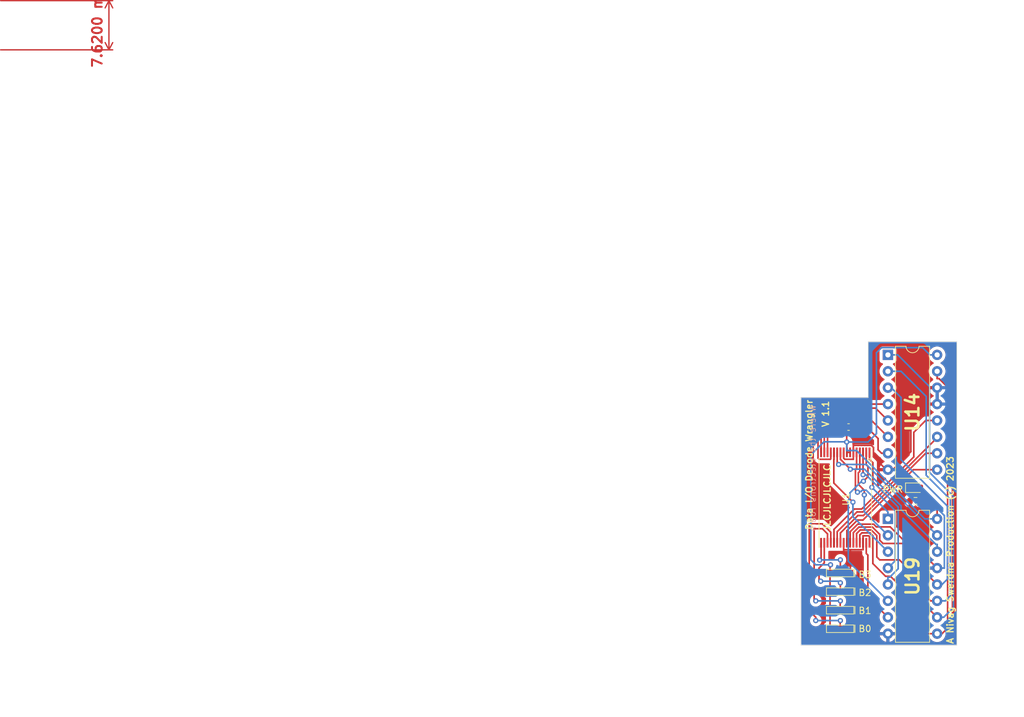
<source format=kicad_pcb>
(kicad_pcb (version 20221018) (generator pcbnew)
  (layers (0 "F.Cu" signal) (31 "B.Cu" signal) (34 "B.Paste" user) (35 "F.Paste" user) (36 "B.SilkS" user "B.Silkscreen") (37 "F.SilkS" user "F.Silkscreen") (38 "B.Mask" user) (39 "F.Mask" user) (44 "Edge.Cuts" user))
  (net 0 "")
  (net 1 "+5V")
  (net 2 "GND")
  (net 3 "Net-(D1-K)")
  (net 4 "BANK0")
  (net 5 "BANK1")
  (net 6 "BANK2")
  (net 7 "BANK3")
  (net 8 "U19_O3")
  (net 9 "U19_O2")
  (net 10 "U19_O1")
  (net 11 "A7")
  (net 12 "A4")
  (net 13 "A5")
  (net 14 "A6")
  (net 15 "U14_O4")
  (net 16 "U14_O3")
  (net 17 "U14_O2")
  (net 18 "U14_O1")
  (net 19 "U19_O4")
  (net 20 "A14")
  (net 21 "A13")
  (net 22 "A12")
  (net 23 "A11")
  (net 24 "A8")
  (net 25 "A9")
  (net 26 "A10")
  (net 27 "RnW")
  (net 28 "A15")
  (footprint "project-common:JP2_Arrow" (layer "F.Cu") (at 137.3618 109.304666)
    (fp_text reference "J3" hide)
    (fp_text value "BANK2")
    (fp_line (start -1.3462 -0.5842) (end 2.8956 -0.5842) (stroke (width 0.12)) (layer "F.SilkS"))
    (fp_line (start -1.3462 0.5842) (end -1.3462 -0.5842) (stroke (width 0.12)) (layer "F.SilkS"))
    (fp_line (start 2.8956 -0.5842) (end 2.8956 0.5842) (stroke (width 0.12)) (layer "F.SilkS"))
    (fp_line (start 2.8956 0.5842) (end -1.3462 0.5842) (stroke (width 0.12)) (layer "F.SilkS"))
    (fp_line (start 3.0734 -0.5842) (end 3.0734 0.5842) (stroke (width 0.12)) (layer "F.SilkS"))
    (pad "1" smd custom (at -0.7875 0) (size 0.875 0.95) (layers "F.Cu" "F.Paste" "F.Mask") (net 1 "+5V") (options (clearance outline) (anchor rect)) (primitives (gr_poly (pts (xy 0.6625 0) (xy 0.4375 0.475) (xy -0.4625 0.475) (xy -0.4625 -0.475) (xy 0.4375 -0.475)) (width 0.001) (fill yes))))
    (pad "2" smd custom (at 0.7875 0) (size 0.875 0.95) (layers "F.Cu" "F.Paste" "F.Mask") (net 6 "BANK2") (options (clearance outline) (anchor rect)) (primitives (gr_poly (pts (xy 0.8325 0) (xy 0.5925 0.475) (xy -0.8375 0.475) (xy -0.6125 0) (xy -0.8375 -0.475) (xy 0.5925 -0.475)) (width 0.001) (fill yes))))
    (pad "3" smd custom (at 2.3625 0) (size 0.875 0.95) (layers "F.Cu" "F.Paste" "F.Mask") (net 2 "GND") (options (clearance outline) (anchor rect)) (primitives (gr_poly (pts (xy 0.4375 0.475) (xy -0.6825 0.475) (xy -0.4425 0) (xy -0.6825 -0.475) (xy 0.4375 -0.475)) (width 0.001) (fill yes))))
  )
  (footprint "project-common:JP2_Arrow" (layer "F.Cu") (at 137.3618 112.183332)
    (fp_text reference "J2" hide)
    (fp_text value "BANK1")
    (fp_line (start -1.3462 -0.5842) (end 2.8956 -0.5842) (stroke (width 0.12)) (layer "F.SilkS"))
    (fp_line (start -1.3462 0.5842) (end -1.3462 -0.5842) (stroke (width 0.12)) (layer "F.SilkS"))
    (fp_line (start 2.8956 -0.5842) (end 2.8956 0.5842) (stroke (width 0.12)) (layer "F.SilkS"))
    (fp_line (start 2.8956 0.5842) (end -1.3462 0.5842) (stroke (width 0.12)) (layer "F.SilkS"))
    (fp_line (start 3.0734 -0.5842) (end 3.0734 0.5842) (stroke (width 0.12)) (layer "F.SilkS"))
    (pad "1" smd custom (at -0.7875 0) (size 0.875 0.95) (layers "F.Cu" "F.Paste" "F.Mask") (net 1 "+5V") (options (clearance outline) (anchor rect)) (primitives (gr_poly (pts (xy 0.6625 0) (xy 0.4375 0.475) (xy -0.4625 0.475) (xy -0.4625 -0.475) (xy 0.4375 -0.475)) (width 0.001) (fill yes))))
    (pad "2" smd custom (at 0.7875 0) (size 0.875 0.95) (layers "F.Cu" "F.Paste" "F.Mask") (net 5 "BANK1") (options (clearance outline) (anchor rect)) (primitives (gr_poly (pts (xy 0.8325 0) (xy 0.5925 0.475) (xy -0.8375 0.475) (xy -0.6125 0) (xy -0.8375 -0.475) (xy 0.5925 -0.475)) (width 0.001) (fill yes))))
    (pad "3" smd custom (at 2.3625 0) (size 0.875 0.95) (layers "F.Cu" "F.Paste" "F.Mask") (net 2 "GND") (options (clearance outline) (anchor rect)) (primitives (gr_poly (pts (xy 0.4375 0.475) (xy -0.6825 0.475) (xy -0.4425 0) (xy -0.6825 -0.475) (xy 0.4375 -0.475)) (width 0.001) (fill yes))))
  )
  (footprint "project-common:TSOP-I-32_14mmx8mm_P0.5mm" (layer "F.Cu") (at 138.938 94.742 -90)
    (fp_text reference "U1" (at 0.254 -0.127 90) (layer "F.SilkS"))
    (fp_text value "SST39SF040_TSOP")
    (fp_line (start -6.096 4.064) (end 7.747 4.064) (stroke (width 0.12)) (layer "F.SilkS"))
    (fp_line (start 7.874 -4.064) (end -7.747 -4.064) (stroke (width 0.1)) (layer "F.SilkS"))
    (fp_circle (center -5.842 -3.683) (end -5.715 -3.556) (stroke (width 0.12)) (fill none) (layer "F.SilkS"))
    (pad "1" smd rect (at -7 -3.75 270) (size 1.5 0.3) (layers "F.Cu" "F.Paste" "F.Mask") (net 23 "A11"))
    (pad "2" smd rect (at -7 -3.25 270) (size 1.5 0.3) (layers "F.Cu" "F.Paste" "F.Mask") (net 25 "A9"))
    (pad "3" smd rect (at -7 -2.75 270) (size 1.5 0.3) (layers "F.Cu" "F.Paste" "F.Mask") (net 24 "A8"))
    (pad "4" smd rect (at -7 -2.25 270) (size 1.5 0.3) (layers "F.Cu" "F.Paste" "F.Mask") (net 21 "A13"))
    (pad "5" smd rect (at -7 -1.75 270) (size 1.5 0.3) (layers "F.Cu" "F.Paste" "F.Mask") (net 20 "A14"))
    (pad "6" smd rect (at -7 -1.25 270) (size 1.5 0.3) (layers "F.Cu" "F.Paste" "F.Mask") (net 2 "GND"))
    (pad "7" smd rect (at -7 -0.75 270) (size 1.5 0.3) (layers "F.Cu" "F.Paste" "F.Mask") (net 1 "+5V"))
    (pad "8" smd rect (at -7 -0.25 270) (size 1.5 0.3) (layers "F.Cu" "F.Paste" "F.Mask") (net 1 "+5V"))
    (pad "9" smd rect (at -7 0.25 270) (size 1.5 0.3) (layers "F.Cu" "F.Paste" "F.Mask") (net 2 "GND"))
    (pad "10" smd rect (at -7 0.75 270) (size 1.5 0.3) (layers "F.Cu" "F.Paste" "F.Mask") (net 27 "RnW"))
    (pad "11" smd rect (at -7 1.25 270) (size 1.5 0.3) (layers "F.Cu" "F.Paste" "F.Mask") (net 28 "A15"))
    (pad "12" smd rect (at -7 1.75 270) (size 1.5 0.3) (layers "F.Cu" "F.Paste" "F.Mask") (net 22 "A12"))
    (pad "13" smd rect (at -7 2.25 270) (size 1.5 0.3) (layers "F.Cu" "F.Paste" "F.Mask") (net 11 "A7"))
    (pad "14" smd rect (at -7 2.75 270) (size 1.5 0.3) (layers "F.Cu" "F.Paste" "F.Mask") (net 14 "A6"))
    (pad "15" smd rect (at -7 3.25 270) (size 1.5 0.3) (layers "F.Cu" "F.Paste" "F.Mask") (net 13 "A5"))
    (pad "16" smd rect (at -7 3.75 270) (size 1.5 0.3) (layers "F.Cu" "F.Paste" "F.Mask") (net 12 "A4"))
    (pad "17" smd rect (at 7 3.75 270) (size 1.5 0.3) (layers "F.Cu" "F.Paste" "F.Mask") (net 7 "BANK3"))
    (pad "18" smd rect (at 7 3.25 270) (size 1.5 0.3) (layers "F.Cu" "F.Paste" "F.Mask") (net 6 "BANK2"))
    (pad "19" smd rect (at 7 2.75 270) (size 1.5 0.3) (layers "F.Cu" "F.Paste" "F.Mask") (net 5 "BANK1"))
    (pad "20" smd rect (at 7 2.25 270) (size 1.5 0.3) (layers "F.Cu" "F.Paste" "F.Mask") (net 4 "BANK0"))
    (pad "21" smd rect (at 7 1.75 270) (size 1.5 0.3) (layers "F.Cu" "F.Paste" "F.Mask") (net 18 "U14_O1"))
    (pad "22" smd rect (at 7 1.25 270) (size 1.5 0.3) (layers "F.Cu" "F.Paste" "F.Mask") (net 17 "U14_O2"))
    (pad "23" smd rect (at 7 0.75 270) (size 1.5 0.3) (layers "F.Cu" "F.Paste" "F.Mask") (net 16 "U14_O3"))
    (pad "24" smd rect (at 7 0.25 270) (size 1.5 0.3) (layers "F.Cu" "F.Paste" "F.Mask") (net 2 "GND"))
    (pad "25" smd rect (at 7 -0.25 270) (size 1.5 0.3) (layers "F.Cu" "F.Paste" "F.Mask") (net 15 "U14_O4"))
    (pad "26" smd rect (at 7 -0.75 270) (size 1.5 0.3) (layers "F.Cu" "F.Paste" "F.Mask") (net 10 "U19_O1"))
    (pad "27" smd rect (at 7 -1.25 270) (size 1.5 0.3) (layers "F.Cu" "F.Paste" "F.Mask") (net 9 "U19_O2"))
    (pad "28" smd rect (at 7 -1.75 270) (size 1.5 0.3) (layers "F.Cu" "F.Paste" "F.Mask") (net 8 "U19_O3"))
    (pad "29" smd rect (at 7 -2.25 270) (size 1.5 0.3) (layers "F.Cu" "F.Paste" "F.Mask") (net 19 "U19_O4"))
    (pad "30" smd rect (at 7 -2.75 270) (size 1.5 0.3) (layers "F.Cu" "F.Paste" "F.Mask") (net 2 "GND"))
    (pad "31" smd rect (at 7 -3.25 270) (size 1.5 0.3) (layers "F.Cu" "F.Paste" "F.Mask") (net 26 "A10"))
    (pad "32" smd rect (at 7 -3.75 270) (size 1.5 0.3) (layers "F.Cu" "F.Paste" "F.Mask") (net 2 "GND"))
  )
  (footprint "project-common:JP2_Arrow" (layer "F.Cu") (at 137.3618 106.426)
    (fp_text reference "J4" hide)
    (fp_text value "BANK3")
    (fp_line (start -1.3462 -0.5842) (end 2.8956 -0.5842) (stroke (width 0.12)) (layer "F.SilkS"))
    (fp_line (start -1.3462 0.5842) (end -1.3462 -0.5842) (stroke (width 0.12)) (layer "F.SilkS"))
    (fp_line (start 2.8956 -0.5842) (end 2.8956 0.5842) (stroke (width 0.12)) (layer "F.SilkS"))
    (fp_line (start 2.8956 0.5842) (end -1.3462 0.5842) (stroke (width 0.12)) (layer "F.SilkS"))
    (fp_line (start 3.0734 -0.5842) (end 3.0734 0.5842) (stroke (width 0.12)) (layer "F.SilkS"))
    (pad "1" smd custom (at -0.7875 0) (size 0.875 0.95) (layers "F.Cu" "F.Paste" "F.Mask") (net 1 "+5V") (options (clearance outline) (anchor rect)) (primitives (gr_poly (pts (xy 0.6625 0) (xy 0.4375 0.475) (xy -0.4625 0.475) (xy -0.4625 -0.475) (xy 0.4375 -0.475)) (width 0.001) (fill yes))))
    (pad "2" smd custom (at 0.7875 0) (size 0.875 0.95) (layers "F.Cu" "F.Paste" "F.Mask") (net 7 "BANK3") (options (clearance outline) (anchor rect)) (primitives (gr_poly (pts (xy 0.8325 0) (xy 0.5925 0.475) (xy -0.8375 0.475) (xy -0.6125 0) (xy -0.8375 -0.475) (xy 0.5925 -0.475)) (width 0.001) (fill yes))))
    (pad "3" smd custom (at 2.3625 0) (size 0.875 0.95) (layers "F.Cu" "F.Paste" "F.Mask") (net 2 "GND") (options (clearance outline) (anchor rect)) (primitives (gr_poly (pts (xy 0.4375 0.475) (xy -0.6825 0.475) (xy -0.4425 0) (xy -0.6825 -0.475) (xy 0.4375 -0.475)) (width 0.001) (fill yes))))
  )
  (footprint "LED_SMD:LED_0603_1608Metric" (layer "F.Cu") (at 149.7584 93.218)
    (fp_text reference "D1" hide)
    (fp_text value "PWR" (at -3.4544 0.254 180) (layer "F.SilkS"))
    (fp_line (start -1.485 -0.735) (end -1.485 0.735) (stroke (width 0.12)) (layer "F.SilkS"))
    (fp_line (start -1.485 0.735) (end 0.8 0.735) (stroke (width 0.12)) (layer "F.SilkS"))
    (fp_line (start 0.8 -0.735) (end -1.485 -0.735) (stroke (width 0.12)) (layer "F.SilkS"))
    (pad "1" smd roundrect (at -0.7875 0) (size 0.875 0.95) (layers "F.Cu" "F.Paste" "F.Mask") (net 3 "Net-(D1-K)"))
    (pad "2" smd roundrect (at 0.7875 0) (size 0.875 0.95) (layers "F.Cu" "F.Paste" "F.Mask") (net 1 "+5V"))
  )
  (footprint "project-common:JP2_Arrow" (layer "F.Cu") (at 137.3618 115.062)
    (fp_text reference "J1" hide)
    (fp_text value "BANK0")
    (fp_line (start -1.3462 -0.5842) (end 2.8956 -0.5842) (stroke (width 0.12)) (layer "F.SilkS"))
    (fp_line (start -1.3462 0.5842) (end -1.3462 -0.5842) (stroke (width 0.12)) (layer "F.SilkS"))
    (fp_line (start 2.8956 -0.5842) (end 2.8956 0.5842) (stroke (width 0.12)) (layer "F.SilkS"))
    (fp_line (start 2.8956 0.5842) (end -1.3462 0.5842) (stroke (width 0.12)) (layer "F.SilkS"))
    (fp_line (start 3.0734 -0.5842) (end 3.0734 0.5842) (stroke (width 0.12)) (layer "F.SilkS"))
    (pad "1" smd custom (at -0.7875 0) (size 0.875 0.95) (layers "F.Cu" "F.Paste" "F.Mask") (net 1 "+5V") (options (clearance outline) (anchor rect)) (primitives (gr_poly (pts (xy 0.6625 0) (xy 0.4375 0.475) (xy -0.4625 0.475) (xy -0.4625 -0.475) (xy 0.4375 -0.475)) (width 0.001) (fill yes))))
    (pad "2" smd custom (at 0.7875 0) (size 0.875 0.95) (layers "F.Cu" "F.Paste" "F.Mask") (net 4 "BANK0") (options (clearance outline) (anchor rect)) (primitives (gr_poly (pts (xy 0.8325 0) (xy 0.5925 0.475) (xy -0.8375 0.475) (xy -0.6125 0) (xy -0.8375 -0.475) (xy 0.5925 -0.475)) (width 0.001) (fill yes))))
    (pad "3" smd custom (at 2.3625 0) (size 0.875 0.95) (layers "F.Cu" "F.Paste" "F.Mask") (net 2 "GND") (options (clearance outline) (anchor rect)) (primitives (gr_poly (pts (xy 0.4375 0.475) (xy -0.6825 0.475) (xy -0.4425 0) (xy -0.6825 -0.475) (xy 0.4375 -0.475)) (width 0.001) (fill yes))))
  )
  (footprint "Resistor_SMD:R_0603_1608Metric" (layer "F.Cu") (at 149.8092 95.25 180)
    (fp_text reference "R1" hide)
    (fp_text value "1k")
    (fp_line (start -0.237258 -0.5225) (end 0.237258 -0.5225) (stroke (width 0.12)) (layer "F.SilkS"))
    (fp_line (start -0.237258 0.5225) (end 0.237258 0.5225) (stroke (width 0.12)) (layer "F.SilkS"))
    (pad "1" smd roundrect (at -0.825 0 180) (size 0.8 0.95) (layers "F.Cu" "F.Paste" "F.Mask") (net 3 "Net-(D1-K)"))
    (pad "2" smd roundrect (at 0.825 0 180) (size 0.8 0.95) (layers "F.Cu" "F.Paste" "F.Mask") (net 2 "GND"))
  )
  (footprint "Package_DIP:DIP-16_W7.62mm" (layer "F.Cu") (at 145.542 98.044)
    (fp_text reference "J19" hide)
    (fp_text value "Conn_02x08_Counter_Clockwise")
    (fp_line (start 1.16 -1.33) (end 1.16 19.11) (stroke (width 0.12)) (layer "F.SilkS"))
    (fp_line (start 1.16 19.11) (end 6.46 19.11) (stroke (width 0.12)) (layer "F.SilkS"))
    (fp_line (start 2.81 -1.33) (end 1.16 -1.33) (stroke (width 0.12)) (layer "F.SilkS"))
    (fp_line (start 6.46 -1.33) (end 4.81 -1.33) (stroke (width 0.12)) (layer "F.SilkS"))
    (fp_line (start 6.46 19.11) (end 6.46 -1.33) (stroke (width 0.12)) (layer "F.SilkS"))
    (fp_arc (start 4.81 -1.33) (mid 3.81 -0.33) (end 2.81 -1.33) (stroke (width 0.12)) (layer "F.SilkS"))
    (pad "1" thru_hole rect (at 0 0) (size 1.6 1.6) (drill 0.8) (layers "*.Cu" "*.Mask") (net 20 "A14"))
    (pad "2" thru_hole oval (at 0 2.54) (size 1.6 1.6) (drill 0.8) (layers "*.Cu" "*.Mask") (net 21 "A13"))
    (pad "3" thru_hole oval (at 0 5.08) (size 1.6 1.6) (drill 0.8) (layers "*.Cu" "*.Mask") (net 22 "A12"))
    (pad "4" thru_hole oval (at 0 7.62) (size 1.6 1.6) (drill 0.8) (layers "*.Cu" "*.Mask") (net 23 "A11"))
    (pad "5" thru_hole oval (at 0 10.16) (size 1.6 1.6) (drill 0.8) (layers "*.Cu" "*.Mask") (net 24 "A8"))
    (pad "6" thru_hole oval (at 0 12.7) (size 1.6 1.6) (drill 0.8) (layers "*.Cu" "*.Mask") (net 25 "A9"))
    (pad "7" thru_hole oval (at 0 15.24) (size 1.6 1.6) (drill 0.8) (layers "*.Cu" "*.Mask") (net 26 "A10"))
    (pad "8" thru_hole oval (at 0 17.78) (size 1.6 1.6) (drill 0.8) (layers "*.Cu" "*.Mask") (net 2 "GND"))
    (pad "9" thru_hole oval (at 7.62 17.78) (size 1.6 1.6) (drill 0.8) (layers "*.Cu" "*.Mask") (net 19 "U19_O4"))
    (pad "10" thru_hole oval (at 7.62 15.24) (size 1.6 1.6) (drill 0.8) (layers "*.Cu" "*.Mask") (net 8 "U19_O3"))
    (pad "11" thru_hole oval (at 7.62 12.7) (size 1.6 1.6) (drill 0.8) (layers "*.Cu" "*.Mask") (net 9 "U19_O2"))
    (pad "12" thru_hole oval (at 7.62 10.16) (size 1.6 1.6) (drill 0.8) (layers "*.Cu" "*.Mask") (net 10 "U19_O1"))
    (pad "13" thru_hole oval (at 7.62 7.62) (size 1.6 1.6) (drill 0.8) (layers "*.Cu" "*.Mask") (net 2 "GND"))
    (pad "14" thru_hole oval (at 7.62 5.08) (size 1.6 1.6) (drill 0.8) (layers "*.Cu" "*.Mask") (net 27 "RnW"))
    (pad "15" thru_hole oval (at 7.62 2.54) (size 1.6 1.6) (drill 0.8) (layers "*.Cu" "*.Mask") (net 28 "A15"))
    (pad "16" thru_hole oval (at 7.62 0) (size 1.6 1.6) (drill 0.8) (layers "*.Cu" "*.Mask") (net 1 "+5V"))
  )
  (footprint "Capacitor_SMD:C_0603_1608Metric" (layer "F.Cu") (at 139.446 83.82)
    (fp_text reference "C1" hide)
    (fp_text value "C")
    (fp_line (start -0.14058 -0.51) (end 0.14058 -0.51) (stroke (width 0.12)) (layer "F.SilkS"))
    (fp_line (start -0.14058 0.51) (end 0.14058 0.51) (stroke (width 0.12)) (layer "F.SilkS"))
    (pad "1" smd roundrect (at -0.775 0) (size 0.9 0.95) (layers "F.Cu" "F.Paste" "F.Mask") (net 1 "+5V"))
    (pad "2" smd roundrect (at 0.775 0) (size 0.9 0.95) (layers "F.Cu" "F.Paste" "F.Mask") (net 2 "GND"))
  )
  (footprint "Package_DIP:DIP-16_W7.62mm" (layer "F.Cu") (at 145.542 72.644)
    (fp_text reference "J14" hide)
    (fp_text value "Conn_02x08_Counter_Clockwise")
    (fp_line (start 1.16 -1.33) (end 1.16 19.11) (stroke (width 0.12)) (layer "F.SilkS"))
    (fp_line (start 1.16 19.11) (end 6.46 19.11) (stroke (width 0.12)) (layer "F.SilkS"))
    (fp_line (start 2.81 -1.33) (end 1.16 -1.33) (stroke (width 0.12)) (layer "F.SilkS"))
    (fp_line (start 6.46 -1.33) (end 4.81 -1.33) (stroke (width 0.12)) (layer "F.SilkS"))
    (fp_line (start 6.46 19.11) (end 6.46 -1.33) (stroke (width 0.12)) (layer "F.SilkS"))
    (fp_arc (start 4.81 -1.33) (mid 3.81 -0.33) (end 2.81 -1.33) (stroke (width 0.12)) (layer "F.SilkS"))
    (pad "1" thru_hole rect (at 0 0) (size 1.6 1.6) (drill 0.8) (layers "*.Cu" "*.Mask") (net 8 "U19_O3"))
    (pad "2" thru_hole oval (at 0 2.54) (size 1.6 1.6) (drill 0.8) (layers "*.Cu" "*.Mask") (net 9 "U19_O2"))
    (pad "3" thru_hole oval (at 0 5.08) (size 1.6 1.6) (drill 0.8) (layers "*.Cu" "*.Mask") (net 10 "U19_O1"))
    (pad "4" thru_hole oval (at 0 7.62) (size 1.6 1.6) (drill 0.8) (layers "*.Cu" "*.Mask") (net 11 "A7"))
    (pad "5" thru_hole oval (at 0 10.16) (size 1.6 1.6) (drill 0.8) (layers "*.Cu" "*.Mask") (net 12 "A4"))
    (pad "6" thru_hole oval (at 0 12.7) (size 1.6 1.6) (drill 0.8) (layers "*.Cu" "*.Mask") (net 13 "A5"))
    (pad "7" thru_hole oval (at 0 15.24) (size 1.6 1.6) (drill 0.8) (layers "*.Cu" "*.Mask") (net 14 "A6"))
    (pad "8" thru_hole oval (at 0 17.78) (size 1.6 1.6) (drill 0.8) (layers "*.Cu" "*.Mask") (net 2 "GND"))
    (pad "9" thru_hole oval (at 7.62 17.78) (size 1.6 1.6) (drill 0.8) (layers "*.Cu" "*.Mask") (net 15 "U14_O4"))
    (pad "10" thru_hole oval (at 7.62 15.24) (size 1.6 1.6) (drill 0.8) (layers "*.Cu" "*.Mask") (net 16 "U14_O3"))
    (pad "11" thru_hole oval (at 7.62 12.7) (size 1.6 1.6) (drill 0.8) (layers "*.Cu" "*.Mask") (net 17 "U14_O2"))
    (pad "12" thru_hole oval (at 7.62 10.16) (size 1.6 1.6) (drill 0.8) (layers "*.Cu" "*.Mask") (net 18 "U14_O1"))
    (pad "13" thru_hole oval (at 7.62 7.62) (size 1.6 1.6) (drill 0.8) (layers "*.Cu" "*.Mask") (net 2 "GND"))
    (pad "14" thru_hole oval (at 7.62 5.08) (size 1.6 1.6) (drill 0.8) (layers "*.Cu" "*.Mask") (net 2 "GND"))
    (pad "15" thru_hole oval (at 7.62 2.54) (size 1.6 1.6) (drill 0.8) (layers "*.Cu" "*.Mask") (net 19 "U19_O4"))
    (pad "16" thru_hole oval (at 7.62 0) (size 1.6 1.6) (drill 0.8) (layers "*.Cu" "*.Mask") (net 1 "+5V"))
  )
  (gr_line (start 142.494 79.248) (end 132.08 79.248) (stroke (width 0.1)) (layer "Edge.Cuts"))
  (gr_line (start 132.08 79.248) (end 132.08 117.602) (stroke (width 0.1)) (layer "Edge.Cuts"))
  (gr_line (start 156.21 70.612) (end 156.21 117.602) (stroke (width 0.1)) (layer "Edge.Cuts"))
  (gr_line (start 156.21 117.602) (end 132.08 117.602) (stroke (width 0.1)) (layer "Edge.Cuts"))
  (gr_line (start 142.494 70.612) (end 156.21 70.612) (stroke (width 0.1)) (layer "Edge.Cuts"))
  (gr_line (start 142.494 79.248) (end 142.494 70.612) (stroke (width 0.1)) (layer "Edge.Cuts"))
  (gr_text "Where the electrons roam" (at 133.858 90.17 90) (layer "B.SilkS") (effects (font (size 1 1) (thickness 0.1)) (justify mirror)))
  (gr_text "U14" (at 149.352 81.534 90) (layer "F.SilkS") (effects (font (size 2 2) (thickness 0.4) bold)))
  (gr_text "JLCJLCJLCJLC" (at 136.144 94.742 90) (layer "F.SilkS") (effects (font (size 1 1) (thickness 0.2))))
  (gr_text "B2" (at 141.986 109.474) (layer "F.SilkS") (effects (font (size 1 1))))
  (gr_text "V 1.1" (at 135.89 81.788 90) (layer "F.SilkS") (effects (font (size 1 1) (thickness 0.2) bold)))
  (gr_text "B3" (at 141.986 106.68) (layer "F.SilkS") (effects (font (size 1 1))))
  (gr_text "Data I/O Decode Wrangler" (at 133.35 89.662 90) (layer "F.SilkS") (effects (font (size 1 1) (thickness 0.2) bold)))
  (gr_text "U19" (at 149.352 106.934 90) (layer "F.SilkS") (effects (font (size 2 2) (thickness 0.4) bold)))
  (gr_text "B1" (at 141.986 112.268) (layer "F.SilkS") (effects (font (size 1 1))))
  (gr_text "A Nivag Swerdna Production (c) 2023" (at 155.194 102.87 90) (layer "F.SilkS") (effects (font (size 1 1) (thickness 0.2))))
  (gr_text "B0" (at 141.986 115.062) (layer "F.SilkS") (effects (font (size 1 1))))
  (dimension (type aligned) (layer "F.Cu") (pts (xy 7.62 17.78) (xy 7.62 25.4)) (height -17.272) (gr_text "300.0000 mils" (at 23.092 21.59 90) (layer "F.Cu") (effects (font (size 1.5 1.5) (thickness 0.3)))) (format (prefix "") (suffix "") (units 3) (units_format 1) (precision 4)) (style (thickness 0.2) (arrow_length 1.27) (text_position_mode 0) (extension_height 0.58642) (extension_offset 0.5) keep_text_aligned))
  (segment (start 136.5743 105.2337) (end 136.652 105.156) (width 0.25) (layer "F.Cu") (net 1))
  (segment (start 153.162 95.8341) (end 150.5459 93.218) (width 0.25) (layer "F.Cu") (net 1))
  (segment (start 139.188 86.1705) (end 139.188 87.742) (width 0.25) (layer "F.Cu") (net 1))
  (segment (start 138.671 83.82) (end 139.1544 84.3034) (width 0.25) (layer "F.Cu") (net 1))
  (segment (start 139.1544 86.1369) (end 139.188 86.1705) (width 0.25) (layer "F.Cu") (net 1))
  (segment (start 136.5743 112.183332) (end 136.5743 115.062) (width 0.25) (layer "F.Cu") (net 1))
  (segment (start 136.5743 106.426) (end 136.5743 109.304666) (width 0.25) (layer "F.Cu") (net 1))
  (segment (start 136.5743 109.304666) (end 136.5743 112.183332) (width 0.25) (layer "F.Cu") (net 1))
  (segment (start 136.5743 106.426) (end 136.5743 105.2337) (width 0.25) (layer "F.Cu") (net 1))
  (segment (start 139.1544 84.3034) (end 139.1544 86.1369) (width 0.25) (layer "F.Cu") (net 1))
  (segment (start 139.688 87.742) (end 139.188 87.742) (width 0.25) (layer "F.Cu") (net 1))
  (segment (start 153.162 98.044) (end 153.162 95.8341) (width 0.25) (layer "F.Cu") (net 1))
  (via (at 139.1544 86.1369) (size 0.8) (drill 0.4) (layers "F.Cu" "B.Cu") (net 1))
  (via (at 136.652 105.156) (size 0.8) (drill 0.4) (layers "F.Cu" "B.Cu") (net 1))
  (segment (start 139.1544 87.4572) (end 140.6721 87.4572) (width 0.25) (layer "B.Cu") (net 1))
  (segment (start 139.1544 87.4572) (end 139.1544 86.1369) (width 0.25) (layer "B.Cu") (net 1))
  (segment (start 136.652 105.156) (end 134.366 105.156) (width 0.25) (layer "B.Cu") (net 1))
  (segment (start 150.9114 71.5187) (end 152.0367 72.644) (width 0.25) (layer "B.Cu") (net 1))
  (segment (start 143.764 72.3096) (end 144.5549 71.5187) (width 0.25) (layer "B.Cu") (net 1))
  (segment (start 133.604 88.138) (end 135.636 86.106) (width 0.25) (layer "B.Cu") (net 1))
  (segment (start 135.636 86.106) (end 139.1235 86.106) (width 0.25) (layer "B.Cu") (net 1))
  (segment (start 139.1235 86.106) (end 139.1544 86.1369) (width 0.25) (layer "B.Cu") (net 1))
  (segment (start 142.4631 86.1369) (end 143.764 84.836) (width 0.25) (layer "B.Cu") (net 1))
  (segment (start 151.2589 98.044) (end 153.162 98.044) (width 0.25) (layer "B.Cu") (net 1))
  (segment (start 134.366 105.156) (end 133.604 104.394) (width 0.25) (layer "B.Cu") (net 1))
  (segment (start 144.5549 71.5187) (end 150.9114 71.5187) (width 0.25) (layer "B.Cu") (net 1))
  (segment (start 152.0367 72.644) (end 153.162 72.644) (width 0.25) (layer "B.Cu") (net 1))
  (segment (start 143.764 84.836) (end 143.764 72.3096) (width 0.25) (layer "B.Cu") (net 1))
  (segment (start 140.6721 87.4572) (end 151.2589 98.044) (width 0.25) (layer "B.Cu") (net 1))
  (segment (start 139.1544 86.1369) (end 142.4631 86.1369) (width 0.25) (layer "B.Cu") (net 1))
  (segment (start 133.604 104.394) (end 133.604 88.138) (width 0.25) (layer "B.Cu") (net 1))
  (segment (start 142.9765 86.6594) (end 140.188 86.6594) (width 0.25) (layer "F.Cu") (net 2))
  (segment (start 141.688 101.742) (end 141.688 100.6667) (width 0.25) (layer "F.Cu") (net 2))
  (segment (start 138.688 88.6289) (end 138.688 87.742) (width 0.25) (layer "F.Cu") (net 2))
  (segment (start 140.221 83.82) (end 140.188 83.853) (width 0.25) (layer "F.Cu") (net 2))
  (segment (start 138.688 101.742) (end 138.688 102.8173) (width 0.25) (layer "F.Cu") (net 2))
  (segment (start 153.162 80.264) (end 150.622 80.264) (width 0.25) (layer "F.Cu") (net 2))
  (segment (start 138.8764 88.8173) (end 138.688 88.6289) (width 0.25) (layer "F.Cu") (net 2))
  (segment (start 143.3035 88.4395) (end 143.3035 86.9864) (width 0.25) (layer "F.Cu") (net 2))
  (segment (start 140.188 88.8173) (end 138.8764 88.8173) (width 0.25) (layer "F.Cu") (net 2))
  (segment (start 149.098 87.63) (end 145.923 90.805) (width 0.25) (layer "F.Cu") (net 2))
  (segment (start 139.7243 106.426) (end 139.7243 102.8416) (width 0.25) (layer "F.Cu") (net 2))
  (segment (start 139.7 102.8173) (end 141.688 102.8173) (width 0.25) (layer "F.Cu") (net 2))
  (segment (start 140.462 115.824) (end 139.7 115.062) (width 0.25) (layer "F.Cu") (net 2))
  (segment (start 145.923 90.805) (end 145.542 90.424) (width 0.25) (layer "F.Cu") (net 2))
  (segment (start 150.622 80.264) (end 149.098 81.788) (width 0.25) (layer "F.Cu") (net 2))
  (segment (start 139.7243 112.183332) (end 139.7243 109.304666) (width 0.25) (layer "F.Cu") (net 2))
  (segment (start 138.688 102.8173) (end 139.7 102.8173) (width 0.25) (layer "F.Cu") (net 2))
  (segment (start 153.162 80.264) (end 153.162 77.724) (width 0.25) (layer "F.Cu") (net 2))
  (segment (start 142.688 101.742) (end 142.688 100.7917) (width 0.25) (layer "F.Cu") (net 2))
  (segment (start 153.162 105.664) (end 148.9842 101.4862) (width 0.25) (layer "F.Cu") (net 2))
  (segment (start 145.542 115.824) (end 140.462 115.824) (width 0.25) (layer "F.Cu") (net 2))
  (segment (start 145.288 90.424) (end 143.3035 88.4395) (width 0.25) (layer "F.Cu") (net 2))
  (segment (start 142.688 100.7917) (end 142.563 100.6667) (width 0.25) (layer "F.Cu") (net 2))
  (segment (start 141.688 101.742) (end 141.688 102.8173) (width 0.25) (layer "F.Cu") (net 2))
  (segment (start 139.7243 115.062) (end 139.7243 112.183332) (width 0.25) (layer "F.Cu") (net 2))
  (segment (start 140.188 83.853) (end 140.188 86.6594) (width 0.25) (layer "F.Cu") (net 2))
  (segment (start 142.563 100.6667) (end 141.688 100.6667) (width 0.25) (layer "F.Cu") (net 2))
  (segment (start 140.188 86.6594) (end 140.188 87.742) (width 0.25) (layer "F.Cu") (net 2))
  (segment (start 139.7243 102.8416) (end 139.7 102.8173) (width 0.25) (layer "F.Cu") (net 2))
  (segment (start 140.188 87.742) (end 140.188 88.8173) (width 0.25) (layer "F.Cu") (net 2))
  (segment (start 148.9842 101.4862) (end 148.9842 95.25) (width 0.25) (layer "F.Cu") (net 2))
  (segment (start 143.3035 86.9864) (end 142.9765 86.6594) (width 0.25) (layer "F.Cu") (net 2))
  (segment (start 139.7243 109.304666) (end 139.7243 106.426) (width 0.25) (layer "F.Cu") (net 2))
  (segment (start 149.098 81.788) (end 149.098 87.63) (width 0.25) (layer "F.Cu") (net 2))
  (segment (start 145.542 90.424) (end 145.288 90.424) (width 0.25) (layer "F.Cu") (net 2))
  (segment (start 145.542 90.424) (end 147.1751 90.424) (width 0.25) (layer "B.Cu") (net 2))
  (segment (start 152.0367 105.664) (end 153.162 105.664) (width 0.25) (layer "B.Cu") (net 2))
  (segment (start 154.2873 105.664) (end 153.162 105.664) (width 0.25) (layer "B.Cu") (net 2))
  (segment (start 147.1751 90.424) (end 154.2873 97.5362) (width 0.25) (layer "B.Cu") (net 2))
  (segment (start 146.558 115.824) (end 148.336 114.046) (width 0.25) (layer "B.Cu") (net 2))
  (segment (start 148.336 114.046) (end 148.336 109.3647) (width 0.25) (layer "B.Cu") (net 2))
  (segment (start 154.2873 97.5362) (end 154.2873 105.664) (width 0.25) (layer "B.Cu") (net 2))
  (segment (start 145.542 115.824) (end 146.558 115.824) (width 0.25) (layer "B.Cu") (net 2))
  (segment (start 148.336 109.3647) (end 152.0367 105.664) (width 0.25) (layer "B.Cu") (net 2))
  (segment (start 148.9709 93.5867) (end 150.6342 95.25) (width 0.25) (layer "F.Cu") (net 3))
  (segment (start 148.9709 93.218) (end 148.9709 93.5867) (width 0.25) (layer "F.Cu") (net 3))
  (segment (start 136.688 101.742) (end 136.688 100.112) (width 0.25) (layer "F.Cu") (net 4))
  (segment (start 135.382 98.806) (end 133.35 98.806) (width 0.25) (layer "F.Cu") (net 4))
  (segment (start 138.1493 115.062) (end 138.1493 113.8187) (width 0.25) (layer "F.Cu") (net 4))
  (segment (start 138.1493 113.8187) (end 138.176 113.792) (width 0.25) (layer "F.Cu") (net 4))
  (segment (start 133.35 98.806) (end 133.35 112.268) (width 0.25) (layer "F.Cu") (net 4))
  (segment (start 133.35 112.268) (end 134.366 113.284) (width 0.25) (layer "F.Cu") (net 4))
  (segment (start 134.366 113.284) (end 134.366 113.792) (width 0.25) (layer "F.Cu") (net 4))
  (segment (start 136.688 100.112) (end 135.382 98.806) (width 0.25) (layer "F.Cu") (net 4))
  (via (at 134.366 113.792) (size 0.8) (drill 0.4) (layers "F.Cu" "B.Cu") (net 4))
  (via (at 138.176 113.792) (size 0.8) (drill 0.4) (layers "F.Cu" "B.Cu") (net 4))
  (segment (start 138.176 113.792) (end 134.366 113.792) (width 0.25) (layer "B.Cu") (net 4))
  (segment (start 136.188 101.742) (end 136.188 100.374) (width 0.25) (layer "F.Cu") (net 5))
  (segment (start 135.382 99.568) (end 134.112 99.568) (width 0.25) (layer "F.Cu") (net 5))
  (segment (start 138.1493 112.183332) (end 138.1493 110.7707) (width 0.25) (layer "F.Cu") (net 5))
  (segment (start 134.112 99.568) (end 134.112 110.49) (width 0.25) (layer "F.Cu") (net 5))
  (segment (start 134.112 110.49) (end 134.366 110.744) (width 0.25) (layer "F.Cu") (net 5))
  (segment (start 136.188 100.374) (end 135.382 99.568) (width 0.25) (layer "F.Cu") (net 5))
  (segment (start 138.1493 110.7707) (end 138.176 110.744) (width 0.25) (layer "F.Cu") (net 5))
  (via (at 138.176 110.744) (size 0.8) (drill 0.4) (layers "F.Cu" "B.Cu") (net 5))
  (via (at 134.366 110.744) (size 0.8) (drill 0.4) (layers "F.Cu" "B.Cu") (net 5))
  (segment (start 138.176 110.744) (end 134.366 110.744) (width 0.25) (layer "B.Cu") (net 5))
  (segment (start 134.874 107.442) (end 135.128 107.696) (width 0.25) (layer "F.Cu") (net 6))
  (segment (start 135.688 104.85) (end 134.874 105.664) (width 0.25) (layer "F.Cu") (net 6))
  (segment (start 134.874 105.664) (end 134.874 107.442) (width 0.25) (layer "F.Cu") (net 6))
  (segment (start 138.176 109.277966) (end 138.1493 109.304666) (width 0.25) (layer "F.Cu") (net 6))
  (segment (start 138.176 107.95) (end 138.176 109.277966) (width 0.25) (layer "F.Cu") (net 6))
  (segment (start 135.688 101.742) (end 135.688 104.85) (width 0.25) (layer "F.Cu") (net 6))
  (via (at 138.176 107.95) (size 0.8) (drill 0.4) (layers "F.Cu" "B.Cu") (net 6))
  (via (at 135.128 107.696) (size 0.8) (drill 0.4) (layers "F.Cu" "B.Cu") (net 6))
  (segment (start 135.128 107.696) (end 137.922 107.696) (width 0.25) (layer "B.Cu") (net 6))
  (segment (start 137.922 107.696) (end 138.176 107.95) (width 0.25) (layer "B.Cu") (net 6))
  (segment (start 138.176 104.394) (end 138.176 106.3993) (width 0.25) (layer "F.Cu") (net 7))
  (segment (start 135.188 104.207) (end 134.9635 104.4315) (width 0.25) (layer "F.Cu") (net 7))
  (segment (start 138.176 106.3993) (end 138.1493 106.426) (width 0.25) (layer "F.Cu") (net 7))
  (segment (start 135.188 101.742) (end 135.188 104.207) (width 0.25) (layer "F.Cu") (net 7))
  (via (at 134.9635 104.4315) (size 0.8) (drill 0.4) (layers "F.Cu" "B.Cu") (net 7))
  (via (at 138.176 104.394) (size 0.8) (drill 0.4) (layers "F.Cu" "B.Cu") (net 7))
  (segment (start 135.128 104.394) (end 135.0905 104.4315) (width 0.25) (layer "B.Cu") (net 7))
  (segment (start 135.0905 104.4315) (end 134.9635 104.4315) (width 0.25) (layer "B.Cu") (net 7))
  (segment (start 138.176 104.394) (end 135.128 104.394) (width 0.25) (layer "B.Cu") (net 7))
  (segment (start 141.2426 99.7636) (end 140.688 100.3182) (width 0.25) (layer "F.Cu") (net 8))
  (segment (start 140.688 100.3182) (end 140.688 101.742) (width 0.25) (layer "F.Cu") (net 8))
  (segment (start 144.272 104.394) (end 143.8186 103.9406) (width 0.25) (layer "F.Cu") (net 8))
  (segment (start 142.9549 99.7636) (end 141.2426 99.7636) (width 0.25) (layer "F.Cu") (net 8))
  (segment (start 143.8186 100.6273) (end 142.9549 99.7636) (width 0.25) (layer "F.Cu") (net 8))
  (segment (start 148.336 108.458) (end 148.336 105.41) (width 0.25) (layer "F.Cu") (net 8))
  (segment (start 147.32 104.394) (end 144.272 104.394) (width 0.25) (layer "F.Cu") (net 8))
  (segment (start 143.8186 103.9406) (end 143.8186 100.6273) (width 0.25) (layer "F.Cu") (net 8))
  (segment (start 153.162 113.284) (end 148.336 108.458) (width 0.25) (layer "F.Cu") (net 8))
  (segment (start 148.336 105.41) (end 147.32 104.394) (width 0.25) (layer "F.Cu") (net 8))
  (segment (start 153.162 113.284) (end 154.178 113.284) (width 0.25) (layer "B.Cu") (net 8))
  (segment (start 155.6884 111.7736) (end 155.6884 94.5517) (width 0.25) (layer "B.Cu") (net 8))
  (segment (start 154.178 113.284) (end 155.6884 111.7736) (width 0.25) (layer "B.Cu") (net 8))
  (segment (start 147.066 72.644) (end 145.542 72.644) (width 0.25) (layer "B.Cu") (net 8))
  (segment (start 155.6884 94.5517) (end 151.9975 90.8608) (width 0.25) (layer "B.Cu") (net 8))
  (segment (start 151.9975 90.8608) (end 151.9975 77.5755) (width 0.25) (layer "B.Cu") (net 8))
  (segment (start 151.9975 77.5755) (end 147.066 72.644) (width 0.25) (layer "B.Cu") (net 8))
  (segment (start 149.098 107.696) (end 149.098 103.124) (width 0.25) (layer "F.Cu") (net 9))
  (segment (start 152.146 110.744) (end 149.098 107.696) (width 0.25) (layer "F.Cu") (net 9))
  (segment (start 153.162 110.744) (end 152.146 110.744) (width 0.25) (layer "F.Cu") (net 9))
  (segment (start 144.2689 101.3429) (end 144.2689 100.4407) (width 0.25) (layer "F.Cu") (net 9))
  (segment (start 140.188 100.1782) (end 140.188 101.742) (width 0.25) (layer "F.Cu") (net 9))
  (segment (start 144.2689 100.4407) (end 143.1415 99.3133) (width 0.25) (layer "F.Cu") (net 9))
  (segment (start 143.1415 99.3133) (end 141.0529 99.3133) (width 0.25) (layer "F.Cu") (net 9))
  (segment (start 149.098 103.124) (end 147.828 101.854) (width 0.25) (layer "F.Cu") (net 9))
  (segment (start 147.828 101.854) (end 144.78 101.854) (width 0.25) (layer "F.Cu") (net 9))
  (segment (start 141.0529 99.3133) (end 140.188 100.1782) (width 0.25) (layer "F.Cu") (net 9))
  (segment (start 144.78 101.854) (end 144.2689 101.3429) (width 0.25) (layer "F.Cu") (net 9))
  (segment (start 153.162 110.744) (end 154.432 110.744) (width 0.25) (layer "B.Cu") (net 9))
  (segment (start 154.432 110.744) (end 155.2036 109.9724) (width 0.25) (layer "B.Cu") (net 9))
  (segment (start 151.4676 91.286) (end 151.4676 79.0776) (width 0.25) (layer "B.Cu") (net 9))
  (segment (start 155.2036 95.022) (end 151.4676 91.286) (width 0.25) (layer "B.Cu") (net 9))
  (segment (start 151.4676 79.0776) (end 147.574 75.184) (width 0.25) (layer "B.Cu") (net 9))
  (segment (start 155.2036 109.9724) (end 155.2036 95.022) (width 0.25) (layer "B.Cu") (net 9))
  (segment (start 147.574 75.184) (end 145.542 75.184) (width 0.25) (layer "B.Cu") (net 9))
  (segment (start 149.547501 102.937811) (end 145.89699 99.2873) (width 0.25) (layer "F.Cu") (net 10))
  (segment (start 145.89699 99.2873) (end 143.7524 99.2873) (width 0.25) (layer "F.Cu") (net 10))
  (segment (start 140.8645 98.863) (end 139.688 100.0395) (width 0.25) (layer "F.Cu") (net 10))
  (segment (start 143.3281 98.863) (end 140.8645 98.863) (width 0.25) (layer "F.Cu") (net 10))
  (segment (start 143.7524 99.2873) (end 143.3281 98.863) (width 0.25) (layer "F.Cu") (net 10))
  (segment (start 149.547501 104.589501) (end 149.547501 102.937811) (width 0.25) (layer "F.Cu") (net 10))
  (segment (start 153.162 108.204) (end 149.547501 104.589501) (width 0.25) (layer "F.Cu") (net 10))
  (segment (start 139.688 100.0395) (end 139.688 101.742) (width 0.25) (layer "F.Cu") (net 10))
  (segment (start 146.05 77.724) (end 147.574 79.248) (width 0.25) (layer "B.Cu") (net 10))
  (segment (start 145.542 77.724) (end 146.05 77.724) (width 0.25) (layer "B.Cu") (net 10))
  (segment (start 153.924 108.204) (end 153.162 108.204) (width 0.25) (layer "B.Cu") (net 10))
  (segment (start 147.574 79.248) (end 147.574 88.8844) (width 0.25) (layer "B.Cu") (net 10))
  (segment (start 147.574 88.8844) (end 154.7532 96.0636) (width 0.25) (layer "B.Cu") (net 10))
  (segment (start 154.7532 96.0636) (end 154.7532 107.3748) (width 0.25) (layer "B.Cu") (net 10))
  (segment (start 154.7532 107.3748) (end 153.924 108.204) (width 0.25) (layer "B.Cu") (net 10))
  (segment (start 134.7126 88.6289) (end 134.901 88.8173) (width 0.25) (layer "F.Cu") (net 11))
  (segment (start 136.688 88.742) (end 136.688 87.742) (width 0.25) (layer "F.Cu") (net 11))
  (segment (start 134.901 88.8173) (end 136.6127 88.8173) (width 0.25) (layer "F.Cu") (net 11))
  (segment (start 134.7126 83.34433) (end 134.7126 88.6289) (width 0.25) (layer "F.Cu") (net 11))
  (segment (start 137.79293 80.264) (end 134.7126 83.34433) (width 0.25) (layer "F.Cu") (net 11))
  (segment (start 145.542 80.264) (end 137.79293 80.264) (width 0.25) (layer "F.Cu") (net 11))
  (segment (start 136.6127 88.8173) (end 136.688 88.742) (width 0.25) (layer "F.Cu") (net 11))
  (segment (start 135.188 87.742) (end 135.188 83.50462) (width 0.25) (layer "F.Cu") (net 12))
  (segment (start 135.188 83.50462) (end 137.803622 80.888998) (width 0.25) (layer "F.Cu") (net 12))
  (segment (start 137.803622 80.888998) (end 143.626998 80.888998) (width 0.25) (layer "F.Cu") (net 12))
  (segment (start 143.626998 80.888998) (end 145.542 82.804) (width 0.25) (layer "F.Cu") (net 12))
  (segment (start 141.536499 81.338499) (end 137.989811 81.338499) (width 0.25) (layer "F.Cu") (net 13))
  (segment (start 135.688 83.64031) (end 135.688 87.742) (width 0.25) (layer "F.Cu") (net 13))
  (segment (start 137.989811 81.338499) (end 135.688 83.64031) (width 0.25) (layer "F.Cu") (net 13))
  (segment (start 145.542 85.344) (end 141.536499 81.338499) (width 0.25) (layer "F.Cu") (net 13))
  (segment (start 145.542 87.884) (end 144.562 87.884) (width 0.25) (layer "F.Cu") (net 14))
  (segment (start 144.562 87.884) (end 144.018 87.34) (width 0.25) (layer "F.Cu") (net 14))
  (segment (start 136.188 83.776) (end 136.188 87.742) (width 0.25) (layer "F.Cu") (net 14))
  (segment (start 140.208 81.788) (end 138.176 81.788) (width 0.25) (layer "F.Cu") (net 14))
  (segment (start 144.018 87.34) (end 144.018 85.598) (width 0.25) (layer "F.Cu") (net 14))
  (segment (start 138.176 81.788) (end 136.188 83.776) (width 0.25) (layer "F.Cu") (net 14))
  (segment (start 144.018 85.598) (end 140.208 81.788) (width 0.25) (layer "F.Cu") (net 14))
  (segment (start 149.481071 90.424) (end 141.680271 98.2248) (width 0.25) (layer "F.Cu") (net 15))
  (segment (start 141.680271 98.2248) (end 140.8285 98.2248) (width 0.25) (layer "F.Cu") (net 15))
  (segment (start 153.162 90.424) (end 149.481071 90.424) (width 0.25) (layer "F.Cu") (net 15))
  (segment (start 139.188 99.8653) (end 139.188 101.742) (width 0.25) (layer "F.Cu") (net 15))
  (segment (start 140.8285 98.2248) (end 139.188 99.8653) (width 0.25) (layer "F.Cu") (net 15))
  (segment (start 140.8897 97.5266) (end 141.74278 97.5266) (width 0.25) (layer "F.Cu") (net 16))
  (segment (start 151.385381 87.884) (end 153.162 87.884) (width 0.25) (layer "F.Cu") (net 16))
  (segment (start 138.188 100.2283) (end 140.8897 97.5266) (width 0.25) (layer "F.Cu") (net 16))
  (segment (start 141.74278 97.5266) (end 151.385381 87.884) (width 0.25) (layer "F.Cu") (net 16))
  (segment (start 138.188 101.742) (end 138.188 100.2283) (width 0.25) (layer "F.Cu") (net 16))
  (segment (start 153.162 85.344) (end 153.162 85.47169) (width 0.25) (layer "F.Cu") (net 17))
  (segment (start 153.162 85.47169) (end 141.666678 96.967012) (width 0.25) (layer "F.Cu") (net 17))
  (segment (start 141.666678 96.967012) (end 140.748188 96.967012) (width 0.25) (layer "F.Cu") (net 17))
  (segment (start 137.688 100.0272) (end 137.688 101.742) (width 0.25) (layer "F.Cu") (net 17))
  (segment (start 140.748188 96.967012) (end 137.688 100.0272) (width 0.25) (layer "F.Cu") (net 17))
  (segment (start 149.548 84.64) (end 149.548 88.45) (width 0.25) (layer "F.Cu") (net 18))
  (segment (start 141.480489 96.517511) (end 140.336799 96.517511) (width 0.25) (layer "F.Cu") (net 18))
  (segment (start 149.548 88.45) (end 141.480489 96.517511) (width 0.25) (layer "F.Cu") (net 18))
  (segment (start 137.188 99.66631) (end 137.188 101.742) (width 0.25) (layer "F.Cu") (net 18))
  (segment (start 151.384 82.804) (end 149.548 84.64) (width 0.25) (layer "F.Cu") (net 18))
  (segment (start 140.336799 96.517511) (end 137.188 99.66631) (width 0.25) (layer "F.Cu") (net 18))
  (segment (start 153.162 82.804) (end 151.384 82.804) (width 0.25) (layer "F.Cu") (net 18))
  (segment (start 153.162 76.3093) (end 153.162 75.184) (width 0.25) (layer "F.Cu") (net 19))
  (segment (start 145.9341 106.934) (end 145.1753 106.934) (width 0.25) (layer "F.Cu") (net 19))
  (segment (start 154.7869 114.9611) (end 154.7869 77.6529) (width 0.25) (layer "F.Cu") (net 19))
  (segment (start 143.2093 104.968) (end 143.2093 100.6549) (width 0.25) (layer "F.Cu") (net 19))
  (segment (start 153.4433 76.3093) (end 153.162 76.3093) (width 0.25) (layer "F.Cu") (net 19))
  (segment (start 153.162 115.824) (end 153.924 115.824) (width 0.25) (layer "F.Cu") (net 19))
  (segment (start 150.876 115.824) (end 148.336 113.284) (width 0.25) (layer "F.Cu") (net 19))
  (segment (start 154.7869 77.6529) (end 153.4433 76.3093) (width 0.25) (layer "F.Cu") (net 19))
  (segment (start 153.924 115.824) (end 154.7869 114.9611) (width 0.25) (layer "F.Cu") (net 19))
  (segment (start 148.336 109.3359) (end 145.9341 106.934) (width 0.25) (layer "F.Cu") (net 19))
  (segment (start 143.2093 100.6549) (end 142.7683 100.2139) (width 0.25) (layer "F.Cu") (net 19))
  (segment (start 152.5993 115.824) (end 150.876 115.824) (width 0.25) (layer "F.Cu") (net 19))
  (segment (start 153.162 115.2613) (end 152.5993 115.824) (width 0.25) (layer "F.Cu") (net 19))
  (segment (start 141.5012 100.2139) (end 141.188 100.5271) (width 0.25) (layer "F.Cu") (net 19))
  (segment (start 141.188 100.5271) (end 141.188 101.742) (width 0.25) (layer "F.Cu") (net 19))
  (segment (start 148.336 113.284) (end 148.336 109.3359) (width 0.25) (layer "F.Cu") (net 19))
  (segment (start 153.162 115.824) (end 153.162 115.2613) (width 0.25) (layer "F.Cu") (net 19))
  (segment (start 145.1753 106.934) (end 143.2093 104.968) (width 0.25) (layer "F.Cu") (net 19))
  (segment (start 142.7683 100.2139) (end 141.5012 100.2139) (width 0.25) (layer "F.Cu") (net 19))
  (segment (start 140.5108 90.4155) (end 140.5108 93.5895) (width 0.25) (layer "F.Cu") (net 20))
  (segment (start 140.5108 93.5895) (end 140.8259 93.9046) (width 0.25) (layer "F.Cu") (net 20))
  (segment (start 140.688 90.2383) (end 140.5108 90.4155) (width 0.25) (layer "F.Cu") (net 20))
  (segment (start 140.688 87.742) (end 140.688 90.2383) (width 0.25) (layer "F.Cu") (net 20))
  (via (at 140.8259 93.9046) (size 0.8) (drill 0.4) (layers "F.Cu" "B.Cu") (net 20))
  (segment (start 141.380802 93.806) (end 140.9245 93.806) (width 0.25) (layer "B.Cu") (net 20))
  (segment (start 141.581402 93.6054) (end 141.380802 93.806) (width 0.25) (layer "B.Cu") (net 20))
  (segment (start 145.542 98.044) (end 145.542 96.965802) (width 0.25) (layer "B.Cu") (net 20))
  (segment (start 145.542 96.965802) (end 142.181598 93.6054) (width 0.25) (layer "B.Cu") (net 20))
  (segment (start 142.181598 93.6054) (end 141.581402 93.6054) (width 0.25) (layer "B.Cu") (net 20))
  (segment (start 140.9245 93.806) (end 140.8259 93.9046) (width 0.25) (layer "B.Cu") (net 20))
  (segment (start 141.188 90.679) (end 140.9611 90.9059) (width 0.25) (layer "F.Cu") (net 21))
  (segment (start 141.8815 93.6161) (end 141.8815 94.3299) (width 0.25) (layer "F.Cu") (net 21))
  (segment (start 140.9611 92.6957) (end 141.8815 93.6161) (width 0.25) (layer "F.Cu") (net 21))
  (segment (start 141.188 87.742) (end 141.188 90.679) (width 0.25) (layer "F.Cu") (net 21))
  (segment (start 140.9611 90.9059) (end 140.9611 92.6957) (width 0.25) (layer "F.Cu") (net 21))
  (via (at 141.8815 94.3299) (size 0.8) (drill 0.4) (layers "F.Cu" "B.Cu") (net 21))
  (segment (start 141.8815 96.9235) (end 141.8815 94.3299) (width 0.25) (layer "B.Cu") (net 21))
  (segment (start 145.542 100.584) (end 141.8815 96.9235) (width 0.25) (layer "B.Cu") (net 21))
  (segment (start 137.188 87.742) (end 137.188 88.8173) (width 0.25) (layer "F.Cu") (net 22))
  (segment (start 137.188 88.8173) (end 137.1634 88.8419) (width 0.25) (layer "F.Cu") (net 22))
  (segment (start 137.1634 92.4939) (end 140.122606 95.453106) (width 0.25) (layer "F.Cu") (net 22))
  (segment (start 137.1634 88.8419) (end 137.1634 92.4939) (width 0.25) (layer "F.Cu") (net 22))
  (via (at 140.122606 95.453106) (size 0.8) (drill 0.4) (layers "F.Cu" "B.Cu") (net 22))
  (segment (start 145.542 103.124) (end 140.122606 97.704606) (width 0.25) (layer "B.Cu") (net 22))
  (segment (start 140.122606 97.704606) (end 140.122606 95.453106) (width 0.25) (layer "B.Cu") (net 22))
  (segment (start 142.688 88.8173) (end 143.2112 89.3405) (width 0.25) (layer "F.Cu") (net 23))
  (segment (start 143.2112 93.000202) (end 143.052651 93.158751) (width 0.25) (layer "F.Cu") (net 23))
  (segment (start 143.2112 89.3405) (end 143.2112 93.000202) (width 0.25) (layer "F.Cu") (net 23))
  (segment (start 142.688 87.742) (end 142.688 88.8173) (width 0.25) (layer "F.Cu") (net 23))
  (via (at 143.052651 93.158751) (size 0.8) (drill 0.4) (layers "F.Cu" "B.Cu") (net 23))
  (segment (start 146.6753 104.5307) (end 146.6753 96.7814) (width 0.25) (layer "B.Cu") (net 23))
  (segment (start 145.542 105.664) (end 146.6753 104.5307) (width 0.25) (layer "B.Cu") (net 23))
  (segment (start 146.6753 96.7814) (end 143.052651 93.158751) (width 0.25) (layer "B.Cu") (net 23))
  (segment (start 141.688 87.742) (end 141.688 91.2056) (width 0.25) (layer "F.Cu") (net 24))
  (via (at 141.688 91.2056) (size 0.8) (drill 0.4) (layers "F.Cu" "B.Cu") (net 24))
  (segment (start 147.1256 96.2059) (end 142.1253 91.2056) (width 0.25) (layer "B.Cu") (net 24))
  (segment (start 142.1253 91.2056) (end 141.688 91.2056) (width 0.25) (layer "B.Cu") (net 24))
  (segment (start 145.542 108.204) (end 145.542 107.0787) (width 0.25) (layer "B.Cu") (net 24))
  (segment (start 145.8233 107.0787) (end 147.1256 105.7764) (width 0.25) (layer "B.Cu") (net 24))
  (segment (start 147.1256 105.7764) (end 147.1256 96.2059) (width 0.25) (layer "B.Cu") (net 24))
  (segment (start 145.542 107.0787) (end 145.8233 107.0787) (width 0.25) (layer "B.Cu") (net 24))
  (segment (start 142.4501 89.9266) (end 142.188 89.6645) (width 0.25) (layer "F.Cu") (net 25))
  (segment (start 142.4501 91.5089) (end 142.4501 89.9266) (width 0.25) (layer "F.Cu") (net 25))
  (segment (start 142.188 89.6645) (end 142.188 87.742) (width 0.25) (layer "F.Cu") (net 25))
  (segment (start 141.7511 92.2079) (end 142.4501 91.5089) (width 0.25) (layer "F.Cu") (net 25))
  (via (at 141.7511 92.2079) (size 0.8) (drill 0.4) (layers "F.Cu" "B.Cu") (net 25))
  (segment (start 141.4735 92.2079) (end 139.6386 94.0428) (width 0.25) (layer "B.Cu") (net 25))
  (segment (start 139.398106 95.153008) (end 139.398106 104.600106) (width 0.25) (layer "B.Cu") (net 25))
  (segment (start 141.7511 92.2079) (end 141.4735 92.2079) (width 0.25) (layer "B.Cu") (net 25))
  (segment (start 139.6386 94.0428) (end 139.6386 94.912514) (width 0.25) (layer "B.Cu") (net 25))
  (segment (start 139.398106 104.600106) (end 145.542 110.744) (width 0.25) (layer "B.Cu") (net 25))
  (segment (start 139.6386 94.912514) (end 139.398106 95.153008) (width 0.25) (layer "B.Cu") (net 25))
  (segment (start 142.188 103.40181) (end 142.188 101.742) (width 0.25) (layer "F.Cu") (net 26))
  (segment (start 142.435501 103.649311) (end 142.188 103.40181) (width 0.25) (layer "F.Cu") (net 26))
  (segment (start 145.542 113.284) (end 142.435501 110.177501) (width 0.25) (layer "F.Cu") (net 26))
  (segment (start 142.435501 110.177501) (end 142.435501 103.649311) (width 0.25) (layer "F.Cu") (net 26))
  (segment (start 138.188 87.742) (end 138.188 88.8173) (width 0.25) (layer "F.Cu") (net 27))
  (segment (start 138.188 88.8173) (end 139.7189 90.3482) (width 0.25) (layer "F.Cu") (net 27))
  (via (at 139.7189 90.3482) (size 0.8) (drill 0.4) (layers "F.Cu" "B.Cu") (net 27))
  (segment (start 141.9107 90.3482) (end 139.7189 90.3482) (width 0.25) (layer "B.Cu") (net 27))
  (segment (start 153.162 103.124) (end 153.162 101.9987) (width 0.25) (layer "B.Cu") (net 27))
  (segment (start 147.5759 96.0134) (end 141.9107 90.3482) (width 0.25) (layer "B.Cu") (net 27))
  (segment (start 147.5759 96.5961) (end 147.5759 96.0134) (width 0.25) (layer "B.Cu") (net 27))
  (segment (start 153.162 101.9987) (end 152.9785 101.9987) (width 0.25) (layer "B.Cu") (net 27))
  (segment (start 152.9785 101.9987) (end 147.5759 96.5961) (width 0.25) (layer "B.Cu") (net 27))
  (segment (start 137.688 87.742) (end 137.688 89.3967) (width 0.25) (layer "F.Cu") (net 28))
  (segment (start 137.688 89.3967) (end 137.9092 89.6179) (width 0.25) (layer "F.Cu") (net 28))
  (via (at 137.9092 89.6179) (size 0.8) (drill 0.4) (layers "F.Cu" "B.Cu") (net 28))
  (segment (start 142.1959 89.6179) (end 153.162 100.584) (width 0.25) (layer "B.Cu") (net 28))
  (segment (start 137.9092 89.6179) (end 142.1959 89.6179) (width 0.25) (layer "B.Cu") (net 28))
  (zone (net 2) (net_name "GND") (layers "F&B.Cu") (priority 1) (connect_pads (clearance 0.5)) (min_thickness 0.25) (fill yes (thermal_gap 0.5) (thermal_bridge_width 0.5))
    (polygon (pts (xy 127.508 61.976) (xy 166.624 61.976) (xy 166.624 127.508) (xy 165.354 128.778) (xy 129.286 128.778) (xy 127.508 127)))
  )
)
</source>
